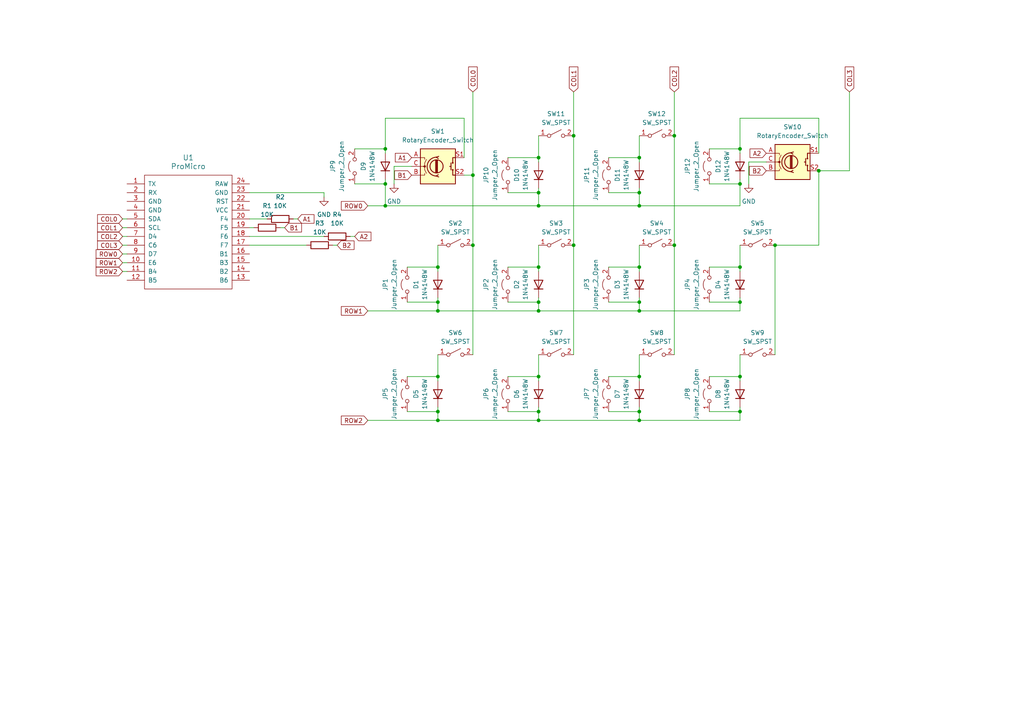
<source format=kicad_sch>
(kicad_sch (version 20230121) (generator eeschema)
  (paper "A4")
  (title_block (title "Macro Pad") (rev "0.0") (comment 1 "TODO") (comment 2 "- add spi oled") (comment 3 "- connect to appropriate pins on MCU") (comment 4 "- add LED's to switches"))
  (lib_symbols
    (symbol "Device:R" (pin_numbers hide) (pin_names (offset 0))
      (property "Reference" "R" (at 2.032 0 90))
      (property "Value" "R" (at 0 0 90))
      (symbol "R_0_1"
        (rectangle (start -1.016 -2.54) (end 1.016 2.54) (stroke (width 0.254)))
      )
      (symbol "R_1_1"
        (pin passive line (at 0 3.81 270) (length 1.27) (name "~") (number "1"))
        (pin passive line (at 0 -3.81 90) (length 1.27) (name "~") (number "2"))
      )
    )
    (symbol "Device:RotaryEncoder_Switch" (pin_names (offset 0.254) hide)
      (property "Reference" "SW" (at 0 6.604 0))
      (property "Value" "RotaryEncoder_Switch" (at 0 -6.604 0))
      (symbol "RotaryEncoder_Switch_0_1"
        (rectangle (start -5.08 5.08) (end 5.08 -5.08) (stroke (width 0.254)) (fill (type background)))
        (circle (center -3.81 0) (radius 0.254) (fill (type outline)))
        (circle (center -0.381 0) (radius 1.905) (stroke (width 0.254)))
        (arc (start -0.381 2.667) (mid -3.0988 -0.0635) (end -0.381 -2.794) (stroke (width 0.254)))
        (polyline (pts (xy -0.635 -1.778) (xy -0.635 1.778)) (stroke (width 0.254)))
        (polyline (pts (xy -0.381 -1.778) (xy -0.381 1.778)) (stroke (width 0.254)))
        (polyline (pts (xy -0.127 1.778) (xy -0.127 -1.778)) (stroke (width 0.254)))
        (polyline (pts (xy 3.81 0) (xy 3.429 0)) (stroke (width 0.254)))
        (polyline (pts (xy 3.81 1.016) (xy 3.81 -1.016)) (stroke (width 0.254)))
        (polyline (pts (xy -5.08 -2.54) (xy -3.81 -2.54) (xy -3.81 -2.032)))
        (polyline (pts (xy -5.08 2.54) (xy -3.81 2.54) (xy -3.81 2.032)))
        (polyline (pts (xy 0.254 -3.048) (xy -0.508 -2.794) (xy 0.127 -2.413)) (stroke (width 0.254)))
        (polyline (pts (xy 0.254 2.921) (xy -0.508 2.667) (xy 0.127 2.286)) (stroke (width 0.254)))
        (polyline (pts (xy 5.08 -2.54) (xy 4.318 -2.54) (xy 4.318 -1.016)) (stroke (width 0.254)))
        (polyline (pts (xy 5.08 2.54) (xy 4.318 2.54) (xy 4.318 1.016)) (stroke (width 0.254)))
        (polyline (pts (xy -5.08 0) (xy -3.81 0) (xy -3.81 -1.016) (xy -3.302 -2.032)))
        (polyline (pts (xy -4.318 0) (xy -3.81 0) (xy -3.81 1.016) (xy -3.302 2.032)))
        (circle (center 4.318 -1.016) (radius 0.127) (stroke (width 0.254)))
        (circle (center 4.318 1.016) (radius 0.127) (stroke (width 0.254)))
      )
      (symbol "RotaryEncoder_Switch_1_1"
        (pin passive line (at -7.62 2.54 0) (length 2.54) (name "A") (number "A"))
        (pin passive line (at -7.62 -2.54 0) (length 2.54) (name "B") (number "B"))
        (pin passive line (at -7.62 0 0) (length 2.54) (name "C") (number "C"))
        (pin passive line (at 7.62 2.54 180) (length 2.54) (name "S1") (number "S1"))
        (pin passive line (at 7.62 -2.54 180) (length 2.54) (name "S2") (number "S2"))
      )
    )
    (symbol "Diode:1N4148W" (pin_numbers hide) (pin_names hide)
      (property "Reference" "D" (at 0 2.54 0))
      (property "Value" "1N4148W" (at 0 -2.54 0))
      (symbol "1N4148W_0_1"
        (polyline (pts (xy -1.27 1.27) (xy -1.27 -1.27)) (stroke (width 0.254)))
        (polyline (pts (xy 1.27 0) (xy -1.27 0)))
        (polyline (pts (xy 1.27 1.27) (xy 1.27 -1.27) (xy -1.27 0) (xy 1.27 1.27)) (stroke (width 0.254)))
      )
      (symbol "1N4148W_1_1"
        (pin passive line (at -3.81 0 0) (length 2.54) (name "K") (number "1"))
        (pin passive line (at 3.81 0 180) (length 2.54) (name "A") (number "2"))
      )
    )
    (symbol "Jumper:Jumper_2_Open" (pin_names (offset 0) hide)
      (property "Reference" "JP" (at 0 2.794 0))
      (property "Value" "Jumper_2_Open" (at 0 -2.286 0))
      (symbol "Jumper_2_Open_0_0"
        (circle (center -2.032 0) (radius 0.508))
        (circle (center 2.032 0) (radius 0.508))
      )
      (symbol "Jumper_2_Open_0_1"
        (arc (start 1.524 1.27) (mid 0 1.778) (end -1.524 1.27))
      )
      (symbol "Jumper_2_Open_1_1"
        (pin passive line (at -5.08 0 0) (length 2.54) (name "A") (number "1"))
        (pin passive line (at 5.08 0 180) (length 2.54) (name "B") (number "2"))
      )
    )
    (symbol "Switch:SW_SPST" (pin_names (offset 0) hide)
      (property "Reference" "SW" (at 0 3.175 0))
      (property "Value" "SW_SPST" (at 0 -2.54 0))
      (symbol "SW_SPST_0_0"
        (circle (center -2.032 0) (radius 0.508))
        (polyline (pts (xy -1.524 0.254) (xy 1.524 1.778)))
        (circle (center 2.032 0) (radius 0.508))
      )
      (symbol "SW_SPST_1_1"
        (pin passive line (at -5.08 0 0) (length 2.54) (name "A") (number "1"))
        (pin passive line (at 5.08 0 180) (length 2.54) (name "B") (number "2"))
      )
    )
    (symbol "power:GND" (power) (pin_names (offset 0))
      (property "Value" "GND" (at 0 -3.81 0))
      (symbol "GND_0_1"
        (polyline (pts (xy 0 0) (xy 0 -1.27) (xy 1.27 -1.27) (xy 0 -2.54) (xy -1.27 -1.27) (xy 0 -1.27)))
      )
      (symbol "GND_1_1"
        (pin power_in line (at 0 0 270) (length 0) hide (name "GND") (number "1"))
      )
    )
    (symbol "promicro:ProMicro" (pin_names (offset 1.016))
      (property "Reference" "U" (at 0 24.13 0))
      (property "Value" "ProMicro" (at 0 -13.97 0))
      (symbol "ProMicro_0_1"
        (rectangle (start -12.7 21.59) (end 12.7 -11.43))
      )
      (symbol "ProMicro_1_1"
        (pin bidirectional line (at -17.78 19.05 0) (length 5.08) (name "TX") (number "1"))
        (pin bidirectional line (at -17.78 -3.81 0) (length 5.08) (name "E6") (number "10"))
        (pin bidirectional line (at -17.78 -6.35 0) (length 5.08) (name "B4") (number "11"))
        (pin bidirectional line (at -17.78 -8.89 0) (length 5.08) (name "B5") (number "12"))
        (pin bidirectional line (at 17.78 -8.89 180) (length 5.08) (name "B6") (number "13"))
        (pin bidirectional line (at 17.78 -6.35 180) (length 5.08) (name "B2") (number "14"))
        (pin bidirectional line (at 17.78 -3.81 180) (length 5.08) (name "B3") (number "15"))
        (pin bidirectional line (at 17.78 -1.27 180) (length 5.08) (name "B1") (number "16"))
        (pin bidirectional line (at 17.78 1.27 180) (length 5.08) (name "F7") (number "17"))
        (pin bidirectional line (at 17.78 3.81 180) (length 5.08) (name "F6") (number "18"))
        (pin bidirectional line (at 17.78 6.35 180) (length 5.08) (name "F5") (number "19"))
        (pin bidirectional line (at -17.78 16.51 0) (length 5.08) (name "RX") (number "2"))
        (pin bidirectional line (at 17.78 8.89 180) (length 5.08) (name "F4") (number "20"))
        (pin power_in line (at 17.78 11.43 180) (length 5.08) (name "VCC") (number "21"))
        (pin input line (at 17.78 13.97 180) (length 5.08) (name "RST") (number "22"))
        (pin power_in line (at 17.78 16.51 180) (length 5.08) (name "GND") (number "23"))
        (pin power_out line (at 17.78 19.05 180) (length 5.08) (name "RAW") (number "24"))
        (pin power_in line (at -17.78 13.97 0) (length 5.08) (name "GND") (number "3"))
        (pin power_in line (at -17.78 11.43 0) (length 5.08) (name "GND") (number "4"))
        (pin bidirectional line (at -17.78 8.89 0) (length 5.08) (name "SDA") (number "5"))
        (pin bidirectional line (at -17.78 6.35 0) (length 5.08) (name "SCL") (number "6"))
        (pin bidirectional line (at -17.78 3.81 0) (length 5.08) (name "D4") (number "7"))
        (pin bidirectional line (at -17.78 1.27 0) (length 5.08) (name "C6") (number "8"))
        (pin bidirectional line (at -17.78 -1.27 0) (length 5.08) (name "D7") (number "9"))
      )
    )
  )
  (junction (at 185.42 87.63))
  (junction (at 195.58 39.37))
  (junction (at 156.21 90.17))
  (junction (at 214.63 109.22))
  (junction (at 185.42 90.17))
  (junction (at 214.63 77.47))
  (junction (at 185.42 77.47))
  (junction (at 156.21 121.92))
  (junction (at 127 77.47))
  (junction (at 156.21 119.38))
  (junction (at 127 109.22))
  (junction (at 156.21 55.88))
  (junction (at 224.79 71.12))
  (junction (at 185.42 109.22))
  (junction (at 156.21 45.72))
  (junction (at 185.42 121.92))
  (junction (at 214.63 119.38))
  (junction (at 137.16 71.12))
  (junction (at 237.49 49.53))
  (junction (at 185.42 55.88))
  (junction (at 185.42 45.72))
  (junction (at 111.76 43.18))
  (junction (at 214.63 53.34))
  (junction (at 195.58 71.12))
  (junction (at 156.21 77.47))
  (junction (at 214.63 87.63))
  (junction (at 185.42 59.69))
  (junction (at 156.21 109.22))
  (junction (at 185.42 119.38))
  (junction (at 111.76 59.69))
  (junction (at 127 87.63))
  (junction (at 137.16 50.8))
  (junction (at 127 90.17))
  (junction (at 127 121.92))
  (junction (at 166.37 71.12))
  (junction (at 111.76 53.34))
  (junction (at 156.21 59.69))
  (junction (at 214.63 43.18))
  (junction (at 166.37 39.37))
  (junction (at 156.21 87.63))
  (junction (at 127 119.38))
  (wire (pts (xy 111.76 43.18) (xy 111.76 44.45)))
  (wire (pts (xy 205.74 119.38) (xy 214.63 119.38)))
  (wire (pts (xy 114.3 48.26) (xy 119.38 48.26)))
  (wire (pts (xy 106.68 59.69) (xy 111.76 59.69)))
  (wire (pts (xy 176.53 109.22) (xy 185.42 109.22)))
  (wire (pts (xy 96.52 71.12) (xy 97.79 71.12)))
  (wire (pts (xy 214.63 77.47) (xy 214.63 78.74)))
  (wire (pts (xy 237.49 49.53) (xy 237.49 71.12)))
  (wire (pts (xy 102.87 53.34) (xy 111.76 53.34)))
  (wire (pts (xy 72.39 71.12) (xy 88.9 71.12)))
  (wire (pts (xy 214.63 121.92) (xy 214.63 119.38)))
  (wire (pts (xy 195.58 26.67) (xy 195.58 39.37)))
  (wire (pts (xy 137.16 26.67) (xy 137.16 50.8)))
  (wire (pts (xy 217.17 46.99) (xy 222.25 46.99)))
  (wire (pts (xy 72.39 63.5) (xy 77.47 63.5)))
  (wire (pts (xy 176.53 45.72) (xy 185.42 45.72)))
  (wire (pts (xy 185.42 121.92) (xy 185.42 119.38)))
  (wire (pts (xy 214.63 53.34) (xy 214.63 52.07)))
  (wire (pts (xy 224.79 71.12) (xy 224.79 102.87)))
  (wire (pts (xy 185.42 109.22) (xy 185.42 110.49)))
  (wire (pts (xy 214.63 119.38) (xy 214.63 118.11)))
  (wire (pts (xy 205.74 109.22) (xy 214.63 109.22)))
  (wire (pts (xy 111.76 34.29) (xy 134.62 34.29)))
  (wire (pts (xy 205.74 77.47) (xy 214.63 77.47)))
  (wire (pts (xy 111.76 59.69) (xy 156.21 59.69)))
  (wire (pts (xy 111.76 53.34) (xy 111.76 52.07)))
  (wire (pts (xy 176.53 119.38) (xy 185.42 119.38)))
  (wire (pts (xy 185.42 90.17) (xy 185.42 87.63)))
  (wire (pts (xy 214.63 43.18) (xy 214.63 44.45)))
  (wire (pts (xy 185.42 119.38) (xy 185.42 118.11)))
  (wire (pts (xy 214.63 90.17) (xy 214.63 87.63)))
  (wire (pts (xy 185.42 45.72) (xy 185.42 46.99)))
  (wire (pts (xy 214.63 87.63) (xy 214.63 86.36)))
  (wire (pts (xy 156.21 121.92) (xy 156.21 119.38)))
  (wire (pts (xy 111.76 43.18) (xy 111.76 34.29)))
  (wire (pts (xy 246.38 26.67) (xy 246.38 49.53)))
  (wire (pts (xy 205.74 43.18) (xy 214.63 43.18)))
  (wire (pts (xy 35.56 68.58) (xy 36.83 68.58)))
  (wire (pts (xy 127 109.22) (xy 127 110.49)))
  (wire (pts (xy 176.53 55.88) (xy 185.42 55.88)))
  (wire (pts (xy 214.63 43.18) (xy 214.63 34.29)))
  (wire (pts (xy 214.63 34.29) (xy 237.49 34.29)))
  (wire (pts (xy 134.62 50.8) (xy 137.16 50.8)))
  (wire (pts (xy 166.37 71.12) (xy 166.37 102.87)))
  (wire (pts (xy 127 90.17) (xy 156.21 90.17)))
  (wire (pts (xy 72.39 66.04) (xy 73.66 66.04)))
  (wire (pts (xy 214.63 71.12) (xy 214.63 77.47)))
  (wire (pts (xy 246.38 49.53) (xy 237.49 49.53)))
  (wire (pts (xy 111.76 59.69) (xy 111.76 53.34)))
  (wire (pts (xy 72.39 68.58) (xy 93.98 68.58)))
  (wire (pts (xy 127 121.92) (xy 156.21 121.92)))
  (wire (pts (xy 127 102.87) (xy 127 109.22)))
  (wire (pts (xy 156.21 77.47) (xy 156.21 78.74)))
  (wire (pts (xy 134.62 34.29) (xy 134.62 45.72)))
  (wire (pts (xy 118.11 109.22) (xy 127 109.22)))
  (wire (pts (xy 147.32 77.47) (xy 156.21 77.47)))
  (wire (pts (xy 185.42 59.69) (xy 214.63 59.69)))
  (wire (pts (xy 166.37 39.37) (xy 166.37 71.12)))
  (wire (pts (xy 147.32 109.22) (xy 156.21 109.22)))
  (wire (pts (xy 185.42 39.37) (xy 185.42 45.72)))
  (wire (pts (xy 85.09 63.5) (xy 86.36 63.5)))
  (wire (pts (xy 166.37 26.67) (xy 166.37 39.37)))
  (wire (pts (xy 137.16 50.8) (xy 137.16 71.12)))
  (wire (pts (xy 118.11 87.63) (xy 127 87.63)))
  (wire (pts (xy 214.63 102.87) (xy 214.63 109.22)))
  (wire (pts (xy 35.56 63.5) (xy 36.83 63.5)))
  (wire (pts (xy 156.21 102.87) (xy 156.21 109.22)))
  (wire (pts (xy 156.21 71.12) (xy 156.21 77.47)))
  (wire (pts (xy 35.56 76.2) (xy 36.83 76.2)))
  (wire (pts (xy 156.21 90.17) (xy 185.42 90.17)))
  (wire (pts (xy 156.21 109.22) (xy 156.21 110.49)))
  (wire (pts (xy 156.21 39.37) (xy 156.21 45.72)))
  (wire (pts (xy 156.21 90.17) (xy 156.21 87.63)))
  (wire (pts (xy 156.21 119.38) (xy 156.21 118.11)))
  (wire (pts (xy 127 87.63) (xy 127 86.36)))
  (wire (pts (xy 217.17 53.34) (xy 217.17 46.99)))
  (wire (pts (xy 156.21 59.69) (xy 185.42 59.69)))
  (wire (pts (xy 156.21 59.69) (xy 156.21 55.88)))
  (wire (pts (xy 127 119.38) (xy 127 118.11)))
  (wire (pts (xy 214.63 59.69) (xy 214.63 53.34)))
  (wire (pts (xy 156.21 87.63) (xy 156.21 86.36)))
  (wire (pts (xy 156.21 121.92) (xy 185.42 121.92)))
  (wire (pts (xy 156.21 55.88) (xy 156.21 54.61)))
  (wire (pts (xy 176.53 87.63) (xy 185.42 87.63)))
  (wire (pts (xy 35.56 71.12) (xy 36.83 71.12)))
  (wire (pts (xy 185.42 71.12) (xy 185.42 77.47)))
  (wire (pts (xy 205.74 87.63) (xy 214.63 87.63)))
  (wire (pts (xy 195.58 39.37) (xy 195.58 71.12)))
  (wire (pts (xy 195.58 71.12) (xy 195.58 102.87)))
  (wire (pts (xy 35.56 73.66) (xy 36.83 73.66)))
  (wire (pts (xy 185.42 87.63) (xy 185.42 86.36)))
  (wire (pts (xy 35.56 66.04) (xy 36.83 66.04)))
  (wire (pts (xy 35.56 78.74) (xy 36.83 78.74)))
  (wire (pts (xy 214.63 109.22) (xy 214.63 110.49)))
  (wire (pts (xy 118.11 119.38) (xy 127 119.38)))
  (wire (pts (xy 127 119.38) (xy 127 121.92)))
  (wire (pts (xy 185.42 77.47) (xy 185.42 78.74)))
  (wire (pts (xy 237.49 34.29) (xy 237.49 44.45)))
  (wire (pts (xy 147.32 45.72) (xy 156.21 45.72)))
  (wire (pts (xy 147.32 55.88) (xy 156.21 55.88)))
  (wire (pts (xy 114.3 53.34) (xy 114.3 48.26)))
  (wire (pts (xy 185.42 59.69) (xy 185.42 55.88)))
  (wire (pts (xy 185.42 90.17) (xy 214.63 90.17)))
  (wire (pts (xy 102.87 43.18) (xy 111.76 43.18)))
  (wire (pts (xy 176.53 77.47) (xy 185.42 77.47)))
  (wire (pts (xy 147.32 119.38) (xy 156.21 119.38)))
  (wire (pts (xy 101.6 68.58) (xy 102.87 68.58)))
  (wire (pts (xy 137.16 71.12) (xy 137.16 102.87)))
  (wire (pts (xy 185.42 102.87) (xy 185.42 109.22)))
  (wire (pts (xy 81.28 66.04) (xy 82.55 66.04)))
  (wire (pts (xy 106.68 90.17) (xy 127 90.17)))
  (wire (pts (xy 127 77.47) (xy 127 78.74)))
  (wire (pts (xy 185.42 121.92) (xy 214.63 121.92)))
  (wire (pts (xy 106.68 121.92) (xy 127 121.92)))
  (wire (pts (xy 93.98 55.88) (xy 93.98 57.15)))
  (wire (pts (xy 237.49 71.12) (xy 224.79 71.12)))
  (wire (pts (xy 147.32 87.63) (xy 156.21 87.63)))
  (wire (pts (xy 205.74 53.34) (xy 214.63 53.34)))
  (wire (pts (xy 185.42 55.88) (xy 185.42 54.61)))
  (wire (pts (xy 72.39 55.88) (xy 93.98 55.88)))
  (wire (pts (xy 118.11 77.47) (xy 127 77.47)))
  (wire (pts (xy 127 71.12) (xy 127 77.47)))
  (wire (pts (xy 156.21 45.72) (xy 156.21 46.99)))
  (wire (pts (xy 127 87.63) (xy 127 90.17)))
  (global_label "ROW0" (shape input) (at 106.68 59.69 180) (property "Intersheetrefs" "${INTERSHEET_REFS}" (effects hide)))
  (global_label "A2" (shape input) (at 222.25 44.45 180) (property "Intersheetrefs" "${INTERSHEET_REFS}" (effects hide)))
  (global_label "B2" (shape input) (at 97.79 71.12 0) (property "Intersheetrefs" "${INTERSHEET_REFS}" (effects hide)))
  (global_label "A1" (shape input) (at 86.36 63.5 0) (property "Intersheetrefs" "${INTERSHEET_REFS}" (effects hide)))
  (global_label "COL1" (shape input) (at 35.56 66.04 180) (property "Intersheetrefs" "${INTERSHEET_REFS}" (effects hide)))
  (global_label "COL2" (shape input) (at 195.58 26.67 90) (property "Intersheetrefs" "${INTERSHEET_REFS}" (effects hide)))
  (global_label "B1" (shape input) (at 82.55 66.04 0) (property "Intersheetrefs" "${INTERSHEET_REFS}" (effects hide)))
  (global_label "COL3" (shape input) (at 246.38 26.67 90) (property "Intersheetrefs" "${INTERSHEET_REFS}" (effects hide)))
  (global_label "COL2" (shape input) (at 35.56 68.58 180) (property "Intersheetrefs" "${INTERSHEET_REFS}" (effects hide)))
  (global_label "ROW2" (shape input) (at 35.56 78.74 180) (property "Intersheetrefs" "${INTERSHEET_REFS}" (effects hide)))
  (global_label "B1" (shape input) (at 119.38 50.8 180) (property "Intersheetrefs" "${INTERSHEET_REFS}" (effects hide)))
  (global_label "A1" (shape input) (at 119.38 45.72 180) (property "Intersheetrefs" "${INTERSHEET_REFS}" (effects hide)))
  (global_label "A2" (shape input) (at 102.87 68.58 0) (property "Intersheetrefs" "${INTERSHEET_REFS}" (effects hide)))
  (global_label "COL3" (shape input) (at 35.56 71.12 180) (property "Intersheetrefs" "${INTERSHEET_REFS}" (effects hide)))
  (global_label "ROW0" (shape input) (at 35.56 73.66 180) (property "Intersheetrefs" "${INTERSHEET_REFS}" (effects hide)))
  (global_label "ROW1" (shape input) (at 106.68 90.17 180) (property "Intersheetrefs" "${INTERSHEET_REFS}" (effects hide)))
  (global_label "COL0" (shape input) (at 35.56 63.5 180) (property "Intersheetrefs" "${INTERSHEET_REFS}" (effects hide)))
  (global_label "ROW1" (shape input) (at 35.56 76.2 180) (property "Intersheetrefs" "${INTERSHEET_REFS}" (effects hide)))
  (global_label "B2" (shape input) (at 222.25 49.53 180) (property "Intersheetrefs" "${INTERSHEET_REFS}" (effects hide)))
  (global_label "COL0" (shape input) (at 137.16 26.67 90) (property "Intersheetrefs" "${INTERSHEET_REFS}" (effects hide)))
  (global_label "ROW2" (shape input) (at 106.68 121.92 180) (property "Intersheetrefs" "${INTERSHEET_REFS}" (effects hide)))
  (global_label "COL1" (shape input) (at 166.37 26.67 90) (property "Intersheetrefs" "${INTERSHEET_REFS}" (effects hide)))
  (symbol (lib_id "Switch:SW_SPST") (at 190.5 39.37 0) (unit 1)
    (property "Reference" "SW12" (at 190.5 33.02 0))
    (property "Value" "SW_SPST" (at 190.5 35.56 0))
    (property "Footprint" "Switch_Keyboard_Cherry_MX:SW_Cherry_MX_PCB_1.00u" (effects hide))
  )
  (symbol (lib_id "Jumper:Jumper_2_Open") (at 118.11 82.55 90) (unit 1)
    (property "Reference" "JP1" (at 111.76 82.55 0))
    (property "Value" "Jumper_2_Open" (at 114.3 82.55 0))
    (property "Footprint" "Jumper:SolderJumper-2_P1.3mm_Bridged_Pad1.0x1.5mm" (effects hide))
  )
  (symbol (lib_id "promicro:ProMicro") (at 54.61 72.39 0) (unit 1)
    (property "Reference" "U1" (at 54.61 45.72 0) (effects (font (size 1.524 1.524))))
    (property "Value" "ProMicro" (at 54.61 48.26 0) (effects (font (size 1.524 1.524))))
    (property "Footprint" "promicro:ProMicro" (effects hide))
  )
  (symbol (lib_id "Switch:SW_SPST") (at 161.29 102.87 0) (unit 1)
    (property "Reference" "SW7" (at 161.29 96.52 0))
    (property "Value" "SW_SPST" (at 161.29 99.06 0))
    (property "Footprint" "Switch_Keyboard_Cherry_MX:SW_Cherry_MX_PCB_1.00u" (effects hide))
  )
  (symbol (lib_id "Device:RotaryEncoder_Switch") (at 127 48.26 0) (unit 1)
    (property "Reference" "SW1" (at 127 38.1 0))
    (property "Value" "RotaryEncoder_Switch" (at 127 40.64 0))
    (property "Footprint" "Rotary_Encoder:RotaryEncoder_Alps_EC11E-Switch_Vertical_H20mm_CircularMountingHoles" (effects hide))
  )
  (symbol (lib_id "Device:R") (at 81.28 63.5 90) (unit 1)
    (property "Reference" "R2" (at 81.28 57.15 90))
    (property "Value" "10K" (at 81.28 59.69 90))
  )
  (symbol (lib_id "Jumper:Jumper_2_Open") (at 176.53 82.55 90) (unit 1)
    (property "Reference" "JP3" (at 170.18 82.55 0))
    (property "Value" "Jumper_2_Open" (at 172.72 82.55 0))
    (property "Footprint" "Jumper:SolderJumper-2_P1.3mm_Bridged_Pad1.0x1.5mm" (effects hide))
  )
  (symbol (lib_id "power:GND") (at 114.3 53.34 0) (unit 1)
    (property "Reference" "#PWR01" (effects hide))
    (property "Value" "GND" (at 114.3 58.42 0))
  )
  (symbol (lib_id "Diode:1N4148W") (at 127 114.3 90) (unit 1)
    (property "Reference" "D5" (at 120.65 114.3 0))
    (property "Value" "1N4148W" (at 123.19 114.3 0))
    (property "Footprint" "Diode_SMD:D_SOD-123" (effects hide))
    (property "Datasheet" "https://www.vishay.com/docs/85748/1n4148w.pdf" (effects hide))
    (property "Sim.Device" "D" (effects hide))
    (property "Sim.Pins" "1=K 2=A" (effects hide))
  )
  (symbol (lib_id "Diode:1N4148W") (at 214.63 82.55 90) (unit 1)
    (property "Reference" "D4" (at 208.28 82.55 0))
    (property "Value" "1N4148W" (at 210.82 82.55 0))
    (property "Footprint" "Diode_SMD:D_SOD-123" (effects hide))
    (property "Datasheet" "https://www.vishay.com/docs/85748/1n4148w.pdf" (effects hide))
    (property "Sim.Device" "D" (effects hide))
    (property "Sim.Pins" "1=K 2=A" (effects hide))
  )
  (symbol (lib_id "Diode:1N4148W") (at 214.63 48.26 90) (unit 1)
    (property "Reference" "D12" (at 208.28 48.26 0))
    (property "Value" "1N4148W" (at 210.82 48.26 0))
    (property "Footprint" "Diode_SMD:D_SOD-123" (effects hide))
    (property "Datasheet" "https://www.vishay.com/docs/85748/1n4148w.pdf" (effects hide))
    (property "Sim.Device" "D" (effects hide))
    (property "Sim.Pins" "1=K 2=A" (effects hide))
  )
  (symbol (lib_id "Diode:1N4148W") (at 214.63 114.3 90) (unit 1)
    (property "Reference" "D8" (at 208.28 114.3 0))
    (property "Value" "1N4148W" (at 210.82 114.3 0))
    (property "Footprint" "Diode_SMD:D_SOD-123" (effects hide))
    (property "Datasheet" "https://www.vishay.com/docs/85748/1n4148w.pdf" (effects hide))
    (property "Sim.Device" "D" (effects hide))
    (property "Sim.Pins" "1=K 2=A" (effects hide))
  )
  (symbol (lib_id "Switch:SW_SPST") (at 190.5 71.12 0) (unit 1)
    (property "Reference" "SW4" (at 190.5 64.77 0))
    (property "Value" "SW_SPST" (at 190.5 67.31 0))
    (property "Footprint" "Switch_Keyboard_Cherry_MX:SW_Cherry_MX_PCB_1.00u" (effects hide))
  )
  (symbol (lib_id "Diode:1N4148W") (at 185.42 50.8 90) (unit 1)
    (property "Reference" "D11" (at 179.07 50.8 0))
    (property "Value" "1N4148W" (at 181.61 50.8 0))
    (property "Footprint" "Diode_SMD:D_SOD-123" (effects hide))
    (property "Datasheet" "https://www.vishay.com/docs/85748/1n4148w.pdf" (effects hide))
    (property "Sim.Device" "D" (effects hide))
    (property "Sim.Pins" "1=K 2=A" (effects hide))
  )
  (symbol (lib_id "Device:R") (at 77.47 66.04 90) (unit 1)
    (property "Reference" "R1" (at 77.47 59.69 90))
    (property "Value" "10K" (at 77.47 62.23 90))
  )
  (symbol (lib_id "power:GND") (at 217.17 53.34 0) (unit 1)
    (property "Reference" "#PWR02" (effects hide))
    (property "Value" "GND" (at 217.17 58.42 0))
  )
  (symbol (lib_id "Diode:1N4148W") (at 185.42 82.55 90) (unit 1)
    (property "Reference" "D3" (at 179.07 82.55 0))
    (property "Value" "1N4148W" (at 181.61 82.55 0))
    (property "Footprint" "Diode_SMD:D_SOD-123" (effects hide))
    (property "Datasheet" "https://www.vishay.com/docs/85748/1n4148w.pdf" (effects hide))
    (property "Sim.Device" "D" (effects hide))
    (property "Sim.Pins" "1=K 2=A" (effects hide))
  )
  (symbol (lib_id "Switch:SW_SPST") (at 132.08 102.87 0) (unit 1)
    (property "Reference" "SW6" (at 132.08 96.52 0))
    (property "Value" "SW_SPST" (at 132.08 99.06 0))
    (property "Footprint" "Switch_Keyboard_Cherry_MX:SW_Cherry_MX_PCB_1.00u" (effects hide))
  )
  (symbol (lib_id "Diode:1N4148W") (at 156.21 114.3 90) (unit 1)
    (property "Reference" "D6" (at 149.86 114.3 0))
    (property "Value" "1N4148W" (at 152.4 114.3 0))
    (property "Footprint" "Diode_SMD:D_SOD-123" (effects hide))
    (property "Datasheet" "https://www.vishay.com/docs/85748/1n4148w.pdf" (effects hide))
    (property "Sim.Device" "D" (effects hide))
    (property "Sim.Pins" "1=K 2=A" (effects hide))
  )
  (symbol (lib_id "Jumper:Jumper_2_Open") (at 176.53 114.3 90) (unit 1)
    (property "Reference" "JP7" (at 170.18 114.3 0))
    (property "Value" "Jumper_2_Open" (at 172.72 114.3 0))
    (property "Footprint" "Jumper:SolderJumper-2_P1.3mm_Bridged_Pad1.0x1.5mm" (effects hide))
  )
  (symbol (lib_id "Jumper:Jumper_2_Open") (at 118.11 114.3 90) (unit 1)
    (property "Reference" "JP5" (at 111.76 114.3 0))
    (property "Value" "Jumper_2_Open" (at 114.3 114.3 0))
    (property "Footprint" "Jumper:SolderJumper-2_P1.3mm_Bridged_Pad1.0x1.5mm" (effects hide))
  )
  (symbol (lib_id "Diode:1N4148W") (at 111.76 48.26 90) (unit 1)
    (property "Reference" "D9" (at 105.41 48.26 0))
    (property "Value" "1N4148W" (at 107.95 48.26 0))
    (property "Footprint" "Diode_SMD:D_SOD-123" (effects hide))
    (property "Datasheet" "https://www.vishay.com/docs/85748/1n4148w.pdf" (effects hide))
    (property "Sim.Device" "D" (effects hide))
    (property "Sim.Pins" "1=K 2=A" (effects hide))
  )
  (symbol (lib_id "Jumper:Jumper_2_Open") (at 205.74 48.26 90) (unit 1)
    (property "Reference" "JP12" (at 199.39 48.26 0))
    (property "Value" "Jumper_2_Open" (at 201.93 48.26 0))
    (property "Footprint" "Jumper:SolderJumper-2_P1.3mm_Bridged_Pad1.0x1.5mm" (effects hide))
  )
  (symbol (lib_id "Jumper:Jumper_2_Open") (at 147.32 114.3 90) (unit 1)
    (property "Reference" "JP6" (at 140.97 114.3 0))
    (property "Value" "Jumper_2_Open" (at 143.51 114.3 0))
    (property "Footprint" "Jumper:SolderJumper-2_P1.3mm_Bridged_Pad1.0x1.5mm" (effects hide))
  )
  (symbol (lib_id "Device:R") (at 92.71 71.12 90) (unit 1)
    (property "Reference" "R3" (at 92.71 64.77 90))
    (property "Value" "10K" (at 92.71 67.31 90))
  )
  (symbol (lib_id "Diode:1N4148W") (at 185.42 114.3 90) (unit 1)
    (property "Reference" "D7" (at 179.07 114.3 0))
    (property "Value" "1N4148W" (at 181.61 114.3 0))
    (property "Footprint" "Diode_SMD:D_SOD-123" (effects hide))
    (property "Datasheet" "https://www.vishay.com/docs/85748/1n4148w.pdf" (effects hide))
    (property "Sim.Device" "D" (effects hide))
    (property "Sim.Pins" "1=K 2=A" (effects hide))
  )
  (symbol (lib_id "Jumper:Jumper_2_Open") (at 205.74 82.55 90) (unit 1)
    (property "Reference" "JP4" (at 199.39 82.55 0))
    (property "Value" "Jumper_2_Open" (at 201.93 82.55 0))
    (property "Footprint" "Jumper:SolderJumper-2_P1.3mm_Bridged_Pad1.0x1.5mm" (effects hide))
  )
  (symbol (lib_id "Jumper:Jumper_2_Open") (at 147.32 50.8 90) (unit 1)
    (property "Reference" "JP10" (at 140.97 50.8 0))
    (property "Value" "Jumper_2_Open" (at 143.51 50.8 0))
    (property "Footprint" "Jumper:SolderJumper-2_P1.3mm_Bridged_Pad1.0x1.5mm" (effects hide))
  )
  (symbol (lib_id "Switch:SW_SPST") (at 161.29 71.12 0) (unit 1)
    (property "Reference" "SW3" (at 161.29 64.77 0))
    (property "Value" "SW_SPST" (at 161.29 67.31 0))
    (property "Footprint" "Switch_Keyboard_Cherry_MX:SW_Cherry_MX_PCB_1.00u" (effects hide))
  )
  (symbol (lib_id "Switch:SW_SPST") (at 132.08 71.12 0) (unit 1)
    (property "Reference" "SW2" (at 132.08 64.77 0))
    (property "Value" "SW_SPST" (at 132.08 67.31 0))
    (property "Footprint" "Switch_Keyboard_Cherry_MX:SW_Cherry_MX_PCB_1.00u" (effects hide))
  )
  (symbol (lib_id "Jumper:Jumper_2_Open") (at 147.32 82.55 90) (unit 1)
    (property "Reference" "JP2" (at 140.97 82.55 0))
    (property "Value" "Jumper_2_Open" (at 143.51 82.55 0))
    (property "Footprint" "Jumper:SolderJumper-2_P1.3mm_Bridged_Pad1.0x1.5mm" (effects hide))
  )
  (symbol (lib_id "Jumper:Jumper_2_Open") (at 102.87 48.26 90) (unit 1)
    (property "Reference" "JP9" (at 96.52 48.26 0))
    (property "Value" "Jumper_2_Open" (at 99.06 48.26 0))
    (property "Footprint" "Jumper:SolderJumper-2_P1.3mm_Bridged_Pad1.0x1.5mm" (effects hide))
  )
  (symbol (lib_id "Diode:1N4148W") (at 127 82.55 90) (unit 1)
    (property "Reference" "D1" (at 120.65 82.55 0))
    (property "Value" "1N4148W" (at 123.19 82.55 0))
    (property "Footprint" "Diode_SMD:D_SOD-123" (effects hide))
    (property "Datasheet" "https://www.vishay.com/docs/85748/1n4148w.pdf" (effects hide))
    (property "Sim.Device" "D" (effects hide))
    (property "Sim.Pins" "1=K 2=A" (effects hide))
  )
  (symbol (lib_id "Jumper:Jumper_2_Open") (at 205.74 114.3 90) (unit 1)
    (property "Reference" "JP8" (at 199.39 114.3 0))
    (property "Value" "Jumper_2_Open" (at 201.93 114.3 0))
    (property "Footprint" "Jumper:SolderJumper-2_P1.3mm_Bridged_Pad1.0x1.5mm" (effects hide))
  )
  (symbol (lib_id "Device:RotaryEncoder_Switch") (at 229.87 46.99 0) (unit 1)
    (property "Reference" "SW10" (at 229.87 36.83 0))
    (property "Value" "RotaryEncoder_Switch" (at 229.87 39.37 0))
    (property "Footprint" "Rotary_Encoder:RotaryEncoder_Alps_EC11E-Switch_Vertical_H20mm_CircularMountingHoles" (effects hide))
  )
  (symbol (lib_id "Switch:SW_SPST") (at 161.29 39.37 0) (unit 1)
    (property "Reference" "SW11" (at 161.29 33.02 0))
    (property "Value" "SW_SPST" (at 161.29 35.56 0))
    (property "Footprint" "Switch_Keyboard_Cherry_MX:SW_Cherry_MX_PCB_1.00u" (effects hide))
  )
  (symbol (lib_id "Switch:SW_SPST") (at 219.71 102.87 0) (unit 1)
    (property "Reference" "SW9" (at 219.71 96.52 0))
    (property "Value" "SW_SPST" (at 219.71 99.06 0))
    (property "Footprint" "Switch_Keyboard_Cherry_MX:SW_Cherry_MX_PCB_1.00u" (effects hide))
  )
  (symbol (lib_id "Device:R") (at 97.79 68.58 90) (unit 1)
    (property "Reference" "R4" (at 97.79 62.23 90))
    (property "Value" "10K" (at 97.79 64.77 90))
  )
  (symbol (lib_id "power:GND") (at 93.98 57.15 0) (unit 1)
    (property "Reference" "#PWR03" (effects hide))
    (property "Value" "GND" (at 93.98 62.23 0))
  )
  (symbol (lib_id "Jumper:Jumper_2_Open") (at 176.53 50.8 90) (unit 1)
    (property "Reference" "JP11" (at 170.18 50.8 0))
    (property "Value" "Jumper_2_Open" (at 172.72 50.8 0))
    (property "Footprint" "Jumper:SolderJumper-2_P1.3mm_Bridged_Pad1.0x1.5mm" (effects hide))
  )
  (symbol (lib_id "Switch:SW_SPST") (at 219.71 71.12 0) (unit 1)
    (property "Reference" "SW5" (at 219.71 64.77 0))
    (property "Value" "SW_SPST" (at 219.71 67.31 0))
    (property "Footprint" "Switch_Keyboard_Cherry_MX:SW_Cherry_MX_PCB_1.00u" (effects hide))
  )
  (symbol (lib_id "Switch:SW_SPST") (at 190.5 102.87 0) (unit 1)
    (property "Reference" "SW8" (at 190.5 96.52 0))
    (property "Value" "SW_SPST" (at 190.5 99.06 0))
    (property "Footprint" "Switch_Keyboard_Cherry_MX:SW_Cherry_MX_PCB_1.00u" (effects hide))
  )
  (symbol (lib_id "Diode:1N4148W") (at 156.21 50.8 90) (unit 1)
    (property "Reference" "D10" (at 149.86 50.8 0))
    (property "Value" "1N4148W" (at 152.4 50.8 0))
    (property "Footprint" "Diode_SMD:D_SOD-123" (effects hide))
    (property "Datasheet" "https://www.vishay.com/docs/85748/1n4148w.pdf" (effects hide))
    (property "Sim.Device" "D" (effects hide))
    (property "Sim.Pins" "1=K 2=A" (effects hide))
  )
  (symbol (lib_id "Diode:1N4148W") (at 156.21 82.55 90) (unit 1)
    (property "Reference" "D2" (at 149.86 82.55 0))
    (property "Value" "1N4148W" (at 152.4 82.55 0))
    (property "Footprint" "Diode_SMD:D_SOD-123" (effects hide))
    (property "Datasheet" "https://www.vishay.com/docs/85748/1n4148w.pdf" (effects hide))
    (property "Sim.Device" "D" (effects hide))
    (property "Sim.Pins" "1=K 2=A" (effects hide))
  )
)
</source>
